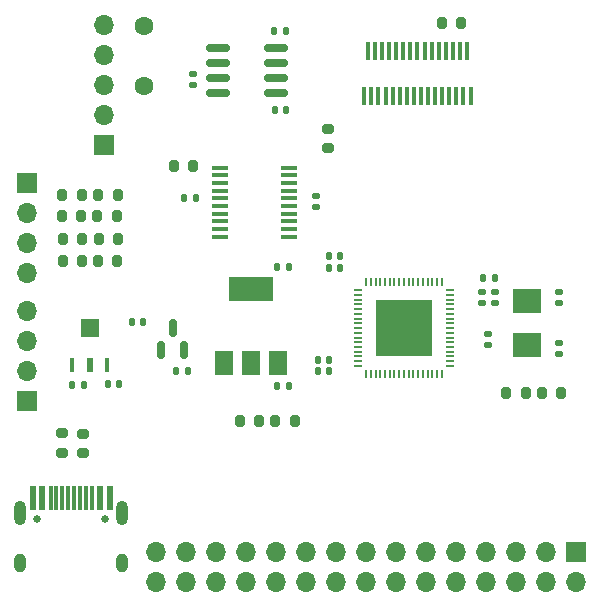
<source format=gts>
G04 #@! TF.GenerationSoftware,KiCad,Pcbnew,(6.0.7-1)-1*
G04 #@! TF.CreationDate,2022-11-08T18:33:53+08:00*
G04 #@! TF.ProjectId,sharp_dsi,73686172-705f-4647-9369-2e6b69636164,rev?*
G04 #@! TF.SameCoordinates,Original*
G04 #@! TF.FileFunction,Soldermask,Top*
G04 #@! TF.FilePolarity,Negative*
%FSLAX46Y46*%
G04 Gerber Fmt 4.6, Leading zero omitted, Abs format (unit mm)*
G04 Created by KiCad (PCBNEW (6.0.7-1)-1) date 2022-11-08 18:33:53*
%MOMM*%
%LPD*%
G01*
G04 APERTURE LIST*
G04 Aperture macros list*
%AMRoundRect*
0 Rectangle with rounded corners*
0 $1 Rounding radius*
0 $2 $3 $4 $5 $6 $7 $8 $9 X,Y pos of 4 corners*
0 Add a 4 corners polygon primitive as box body*
4,1,4,$2,$3,$4,$5,$6,$7,$8,$9,$2,$3,0*
0 Add four circle primitives for the rounded corners*
1,1,$1+$1,$2,$3*
1,1,$1+$1,$4,$5*
1,1,$1+$1,$6,$7*
1,1,$1+$1,$8,$9*
0 Add four rect primitives between the rounded corners*
20,1,$1+$1,$2,$3,$4,$5,0*
20,1,$1+$1,$4,$5,$6,$7,0*
20,1,$1+$1,$6,$7,$8,$9,0*
20,1,$1+$1,$8,$9,$2,$3,0*%
%AMFreePoly0*
4,1,5,0.762000,-0.762000,-0.762000,-0.762000,-0.762000,0.762000,0.762000,0.762000,0.762000,-0.762000,0.762000,-0.762000,$1*%
G04 Aperture macros list end*
%ADD10RoundRect,0.200000X0.275000X-0.200000X0.275000X0.200000X-0.275000X0.200000X-0.275000X-0.200000X0*%
%ADD11RoundRect,0.140000X-0.140000X-0.170000X0.140000X-0.170000X0.140000X0.170000X-0.140000X0.170000X0*%
%ADD12RoundRect,0.140000X0.140000X0.170000X-0.140000X0.170000X-0.140000X-0.170000X0.140000X-0.170000X0*%
%ADD13R,0.350000X1.500000*%
%ADD14RoundRect,0.200000X-0.200000X-0.275000X0.200000X-0.275000X0.200000X0.275000X-0.200000X0.275000X0*%
%ADD15RoundRect,0.150000X-0.825000X-0.150000X0.825000X-0.150000X0.825000X0.150000X-0.825000X0.150000X0*%
%ADD16RoundRect,0.200000X0.200000X0.275000X-0.200000X0.275000X-0.200000X-0.275000X0.200000X-0.275000X0*%
%ADD17R,1.473200X0.355600*%
%ADD18R,1.700000X1.700000*%
%ADD19O,1.700000X1.700000*%
%ADD20RoundRect,0.140000X-0.170000X0.140000X-0.170000X-0.140000X0.170000X-0.140000X0.170000X0.140000X0*%
%ADD21R,2.400000X2.000000*%
%ADD22C,0.650000*%
%ADD23R,0.600000X2.000000*%
%ADD24R,0.300000X2.000000*%
%ADD25R,0.600000X1.450000*%
%ADD26O,1.000000X1.600000*%
%ADD27O,1.000000X2.100000*%
%ADD28R,0.431800X1.193800*%
%ADD29FreePoly0,0.000000*%
%ADD30R,0.482600X1.193800*%
%ADD31RoundRect,0.140000X0.170000X-0.140000X0.170000X0.140000X-0.170000X0.140000X-0.170000X-0.140000X0*%
%ADD32RoundRect,0.150000X0.150000X-0.587500X0.150000X0.587500X-0.150000X0.587500X-0.150000X-0.587500X0*%
%ADD33R,0.203200X0.762000*%
%ADD34R,0.762000X0.203200*%
%ADD35R,4.699000X4.699000*%
%ADD36R,1.500000X2.000000*%
%ADD37R,3.800000X2.000000*%
%ADD38C,1.600000*%
G04 APERTURE END LIST*
D10*
X92964000Y-87285600D03*
X92964000Y-85635600D03*
D11*
X101551800Y-65735200D03*
X102511800Y-65735200D03*
D12*
X93040200Y-81559400D03*
X92080200Y-81559400D03*
X110157200Y-58242200D03*
X109197200Y-58242200D03*
D13*
X116784999Y-57018000D03*
X117084999Y-53218000D03*
X117385000Y-57018000D03*
X117685000Y-53218000D03*
X117984999Y-57018000D03*
X118284999Y-53218000D03*
X118585000Y-57018000D03*
X118885000Y-53218000D03*
X119184999Y-57018000D03*
X119484999Y-53218000D03*
X119785000Y-57018000D03*
X120085000Y-53218000D03*
X120384999Y-57018000D03*
X120684999Y-53218000D03*
X120985001Y-57018000D03*
X121285001Y-53218000D03*
X121584999Y-57018000D03*
X121884999Y-53218000D03*
X122185001Y-57018000D03*
X122485001Y-53218000D03*
X122785000Y-57018000D03*
X123085000Y-53218000D03*
X123385001Y-57018000D03*
X123685001Y-53218000D03*
X123985000Y-57018000D03*
X124285000Y-53218000D03*
X124585001Y-57018000D03*
X124885001Y-53218000D03*
X125185000Y-57018000D03*
X125485000Y-53218000D03*
X125785001Y-57018000D03*
D12*
X98069400Y-76174600D03*
X97109400Y-76174600D03*
D14*
X94285400Y-69189600D03*
X95935400Y-69189600D03*
D12*
X110131800Y-51536600D03*
X109171800Y-51536600D03*
D15*
X104382800Y-52984400D03*
X104382800Y-54254400D03*
X104382800Y-55524400D03*
X104382800Y-56794400D03*
X109332800Y-56794400D03*
X109332800Y-55524400D03*
X109332800Y-54254400D03*
X109332800Y-52984400D03*
D14*
X91238200Y-71069200D03*
X92888200Y-71069200D03*
D16*
X125005600Y-50850800D03*
X123355600Y-50850800D03*
D17*
X104546400Y-63115000D03*
X104546400Y-63765001D03*
X104546400Y-64414999D03*
X104546400Y-65065001D03*
X104546400Y-65714999D03*
X104546400Y-66364998D03*
X104546400Y-67014999D03*
X104546400Y-67664998D03*
X104546400Y-68314999D03*
X104546400Y-68964998D03*
X110388400Y-68965000D03*
X110388400Y-68315002D03*
X110388400Y-67665001D03*
X110388400Y-67015002D03*
X110388400Y-66365001D03*
X110388400Y-65715002D03*
X110388400Y-65065001D03*
X110388400Y-64415002D03*
X110388400Y-63765001D03*
X110388400Y-63115002D03*
D16*
X107870600Y-84598200D03*
X106220600Y-84598200D03*
D11*
X95077400Y-81483200D03*
X96037400Y-81483200D03*
D14*
X94183600Y-67259200D03*
X95833600Y-67259200D03*
D18*
X94767400Y-61183600D03*
D19*
X94767400Y-58643600D03*
X94767400Y-56103600D03*
X94767400Y-53563600D03*
X94767400Y-51023600D03*
D18*
X134716600Y-95626000D03*
D19*
X134716600Y-98166000D03*
X132176600Y-95626000D03*
X132176600Y-98166000D03*
X129636600Y-95626000D03*
X129636600Y-98166000D03*
X127096600Y-95626000D03*
X127096600Y-98166000D03*
X124556600Y-95626000D03*
X124556600Y-98166000D03*
X122016600Y-95626000D03*
X122016600Y-98166000D03*
X119476600Y-95626000D03*
X119476600Y-98166000D03*
X116936600Y-95626000D03*
X116936600Y-98166000D03*
X114396600Y-95626000D03*
X114396600Y-98166000D03*
X111856600Y-95626000D03*
X111856600Y-98166000D03*
X109316600Y-95626000D03*
X109316600Y-98166000D03*
X106776600Y-95626000D03*
X106776600Y-98166000D03*
X104236600Y-95626000D03*
X104236600Y-98166000D03*
X101696600Y-95626000D03*
X101696600Y-98166000D03*
X99156600Y-95626000D03*
X99156600Y-98166000D03*
D20*
X126746000Y-73637200D03*
X126746000Y-74597200D03*
D10*
X113741200Y-61467000D03*
X113741200Y-59817000D03*
D16*
X110908600Y-84582000D03*
X109258600Y-84582000D03*
D14*
X91275000Y-69189600D03*
X92925000Y-69189600D03*
X91217800Y-65476600D03*
X92867800Y-65476600D03*
D21*
X130581400Y-78126200D03*
X130581400Y-74426200D03*
D22*
X94863400Y-92906900D03*
X89083400Y-92906900D03*
D23*
X88723400Y-91106900D03*
X89523400Y-91106900D03*
D24*
X90723400Y-91106900D03*
X91723400Y-91106900D03*
X92223400Y-91106900D03*
X93223400Y-91106900D03*
D23*
X94423400Y-91106900D03*
X95223400Y-91106900D03*
X95223400Y-91106900D03*
D25*
X94423400Y-91106900D03*
D24*
X93723400Y-91106900D03*
X92723400Y-91106900D03*
X91223400Y-91106900D03*
X90223400Y-91106900D03*
D25*
X89523400Y-91106900D03*
X88723400Y-91006900D03*
D26*
X96293400Y-96556900D03*
D27*
X96293400Y-92376900D03*
X87653400Y-92376900D03*
D26*
X87653400Y-96556900D03*
D12*
X110385800Y-71526400D03*
X109425800Y-71526400D03*
X113814800Y-80365600D03*
X112854800Y-80365600D03*
D28*
X92022800Y-79844900D03*
D29*
X93522800Y-76733400D03*
D30*
X93522800Y-79844900D03*
D28*
X95022800Y-79844900D03*
D12*
X101828600Y-80340200D03*
X100868600Y-80340200D03*
D10*
X91160600Y-87273400D03*
X91160600Y-85623400D03*
D14*
X100635800Y-62966600D03*
X102285800Y-62966600D03*
D16*
X130441200Y-82219800D03*
X128791200Y-82219800D03*
D31*
X133248400Y-74571800D03*
X133248400Y-73611800D03*
X112699800Y-66443800D03*
X112699800Y-65483800D03*
D18*
X88188800Y-82921000D03*
D19*
X88188800Y-80381000D03*
X88188800Y-77841000D03*
X88188800Y-75301000D03*
D16*
X133463800Y-82219800D03*
X131813800Y-82219800D03*
D11*
X113792000Y-70586600D03*
X114752000Y-70586600D03*
D32*
X99608600Y-78559900D03*
X101508600Y-78559900D03*
X100558600Y-76684900D03*
D14*
X94247200Y-65481200D03*
X95897200Y-65481200D03*
D12*
X114754600Y-71653400D03*
X113794600Y-71653400D03*
D31*
X127838200Y-74597200D03*
X127838200Y-73637200D03*
X127254000Y-78153200D03*
X127254000Y-77193200D03*
D11*
X126873000Y-72466200D03*
X127833000Y-72466200D03*
D12*
X110385800Y-81610200D03*
X109425800Y-81610200D03*
D14*
X94210000Y-71069200D03*
X95860000Y-71069200D03*
D33*
X123341999Y-72783700D03*
X122941999Y-72783700D03*
X122542000Y-72783700D03*
X122142001Y-72783700D03*
X121741999Y-72783700D03*
X121342000Y-72783700D03*
X120942001Y-72783700D03*
X120541999Y-72783700D03*
X120142000Y-72783700D03*
X119742001Y-72783700D03*
X119341999Y-72783700D03*
X118942000Y-72783700D03*
X118542001Y-72783700D03*
X118142001Y-72783700D03*
X117742000Y-72783700D03*
X117342001Y-72783700D03*
X116942001Y-72783700D03*
D34*
X116217700Y-73508001D03*
X116217700Y-73908001D03*
X116217700Y-74308000D03*
X116217700Y-74708001D03*
X116217700Y-75108001D03*
X116217700Y-75508000D03*
X116217700Y-75907999D03*
X116217700Y-76308001D03*
X116217700Y-76708000D03*
X116217700Y-77107999D03*
X116217700Y-77508001D03*
X116217700Y-77908000D03*
X116217700Y-78307999D03*
X116217700Y-78707999D03*
X116217700Y-79108000D03*
X116217700Y-79507999D03*
X116217700Y-79907999D03*
D33*
X116942001Y-80632300D03*
X117342001Y-80632300D03*
X117742000Y-80632300D03*
X118142001Y-80632300D03*
X118542001Y-80632300D03*
X118942000Y-80632300D03*
X119341999Y-80632300D03*
X119742001Y-80632300D03*
X120142000Y-80632300D03*
X120541999Y-80632300D03*
X120942001Y-80632300D03*
X121342000Y-80632300D03*
X121741999Y-80632300D03*
X122141999Y-80632300D03*
X122542000Y-80632300D03*
X122941999Y-80632300D03*
X123341999Y-80632300D03*
D34*
X124066300Y-79907999D03*
X124066300Y-79507999D03*
X124066300Y-79108000D03*
X124066300Y-78707999D03*
X124066300Y-78307999D03*
X124066300Y-77908000D03*
X124066300Y-77508001D03*
X124066300Y-77107999D03*
X124066300Y-76708000D03*
X124066300Y-76308001D03*
X124066300Y-75907999D03*
X124066300Y-75508000D03*
X124066300Y-75108001D03*
X124066300Y-74708001D03*
X124066300Y-74308000D03*
X124066300Y-73908001D03*
X124066300Y-73508001D03*
D35*
X120142000Y-76708000D03*
D18*
X88265000Y-64414400D03*
D19*
X88265000Y-66954400D03*
X88265000Y-69494400D03*
X88265000Y-72034400D03*
D36*
X104888000Y-79705600D03*
X107188000Y-79705600D03*
D37*
X107188000Y-73405600D03*
D36*
X109488000Y-79705600D03*
D20*
X102285800Y-55196800D03*
X102285800Y-56156800D03*
D11*
X112854800Y-79375000D03*
X113814800Y-79375000D03*
D38*
X98171000Y-51160600D03*
X98171000Y-56240600D03*
D14*
X91160000Y-67259200D03*
X92810000Y-67259200D03*
D31*
X133299200Y-78889800D03*
X133299200Y-77929800D03*
M02*

</source>
